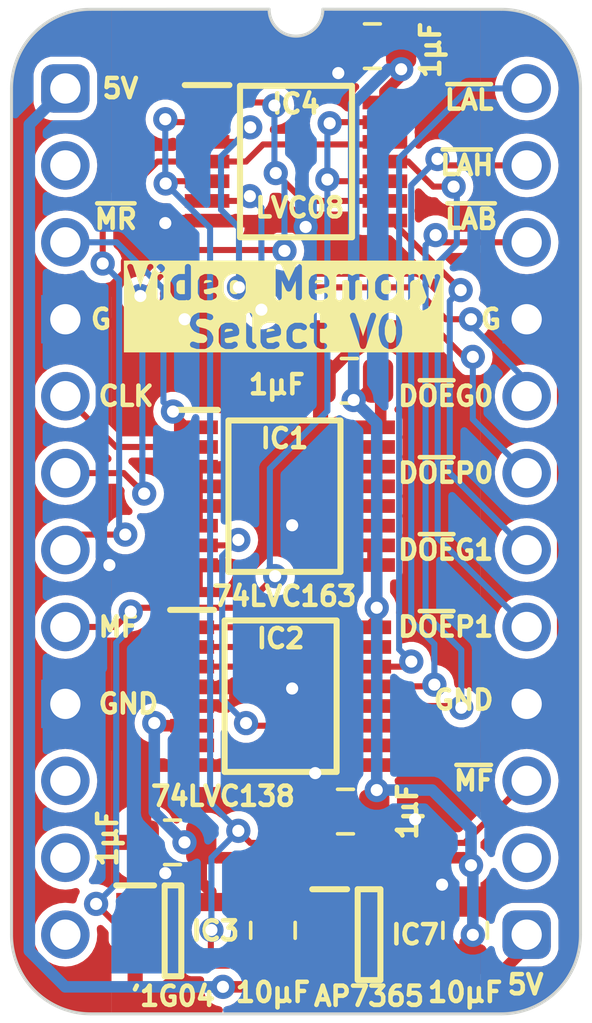
<source format=kicad_pcb>
(kicad_pcb (version 20221018) (generator pcbnew)
  (title_block (title "Video Main Memory Select") (date "2024-03-06") (rev "V0"))
  (layers (0 "F.Cu" signal) (31 "B.Cu" signal) (34 "B.Paste" user) (35 "F.Paste" user) (36 "B.SilkS" user "B.Silkscreen") (37 "F.SilkS" user "F.Silkscreen") (38 "B.Mask" user) (39 "F.Mask" user) (44 "Edge.Cuts" user))
  (net 0 "")
  (net 1 "/5V")
  (net 2 "/GND")
  (net 3 "/3.3V")
  (net 5 "/~{MR}")
  (net 6 "/CLK")
  (net 7 "/CEP")
  (net 9 "/LA2")
  (net 10 "/LA1")
  (net 11 "/LA0")
  (net 16 "/~{Load Address Bank}")
  (net 17 "/~{Load Address High}")
  (net 18 "/~{Load Address Low}")
  (net 21 "/Memory Frame")
  (net 22 "/~{Memory Frame}")
  (net 23 "/~{Memory A}")
  (net 24 "/D~{OE}G0")
  (net 25 "/~{Memory B}")
  (net 26 "/D~{OE}P0")
  (net 27 "/D~{OE}G1")
  (net 28 "/D~{OE}P1")
  (footprint "SamacSys_Parts:C_0805" (layer "F.Cu") (at 102.108 86.233)
    (fp_text reference "C9" hide)
    (fp_text value "10µF" (at 0 2.032) (layer "F.SilkS") (effects (font (size 0.635 0.635))))
    (fp_line (start -0.735 0.245252) (end -0.735 -0.277252) (stroke (width 0.12)) (layer "F.SilkS"))
    (fp_line (start 0.735 0.245252) (end 0.735 -0.277252) (stroke (width 0.12)) (layer "F.SilkS"))
    (pad "1" smd roundrect (at 0 0.934 90) (size 1 1.45) (layers "F.Cu" "F.Paste" "F.Mask") (net 3 "/3.3V"))
    (pad "2" smd roundrect (at 0 -0.966 90) (size 1 1.45) (layers "F.Cu" "F.Paste" "F.Mask") (net 2 "/GND"))
  )
  (footprint "SamacSys_Parts:DIP-24_Board_W15.24mm" (layer "F.Cu") (at 88.9 58.42)
    (fp_text reference "J1" hide)
    (fp_text value "Conn_02x16_Counter_Clockwise" hide)
    (fp_line (start -1.778 27.94) (end -1.778 0) (stroke (width 0.1)) (layer "Edge.Cuts"))
    (fp_line (start 6.731 -2.6162) (end 0.835732 -2.613732) (stroke (width 0.1)) (layer "Edge.Cuts"))
    (fp_line (start 14.404267 -2.613733) (end 8.509 -2.6162) (stroke (width 0.1)) (layer "Edge.Cuts"))
    (fp_line (start 14.404268 30.553732) (end 0.835733 30.553733) (stroke (width 0.1)) (layer "Edge.Cuts"))
    (fp_line (start 17.018 27.94) (end 17.017999 -0.000001) (stroke (width 0.1)) (layer "Edge.Cuts"))
    (fp_arc (start -1.778 0) (mid -1.012456 -1.848188) (end 0.835732 -2.613732) (stroke (width 0.1)) (layer "Edge.Cuts"))
    (fp_arc (start 0.835733 30.553733) (mid -1.012457 29.78819) (end -1.778 27.94) (stroke (width 0.1)) (layer "Edge.Cuts"))
    (fp_arc (start 8.509 -2.6162) (mid 7.62 -1.7272) (end 6.731 -2.6162) (stroke (width 0.1)) (layer "Edge.Cuts"))
    (fp_arc (start 14.404267 -2.613733) (mid 16.25245 -1.848186) (end 17.017999 -0.000001) (stroke (width 0.1)) (layer "Edge.Cuts"))
    (fp_arc (start 17.018 27.94) (mid 16.252456 29.788187) (end 14.404268 30.553732) (stroke (width 0.1)) (layer "Edge.Cuts"))
    (pad "1" thru_hole roundrect (at 0 0) (size 1.6 1.6) (drill 1) (layers "*.Cu" "*.Mask") (net 1 "/5V"))
    (pad "2" thru_hole oval (at 0 2.54) (size 1.6 1.6) (drill 1) (layers "*.Cu" "*.Mask"))
    (pad "3" thru_hole oval (at 0 5.08) (size 1.6 1.6) (drill 1) (layers "*.Cu" "*.Mask") (net 5 "/~{MR}"))
    (pad "4" thru_hole rect (at 0 7.62) (size 1.6 1.6) (drill 1) (layers "*.Cu" "*.Mask") (net 2 "/GND"))
    (pad "5" thru_hole oval (at 0 10.16) (size 1.6 1.6) (drill 1) (layers "*.Cu" "*.Mask") (net 6 "/CLK"))
    (pad "6" thru_hole oval (at 0 12.7) (size 1.6 1.6) (drill 1) (layers "*.Cu" "*.Mask") (net 23 "/~{Memory A}"))
    (pad "7" thru_hole oval (at 0 15.24) (size 1.6 1.6) (drill 1) (layers "*.Cu" "*.Mask") (net 25 "/~{Memory B}"))
    (pad "8" thru_hole oval (at 0 17.78) (size 1.6 1.6) (drill 1) (layers "*.Cu" "*.Mask") (net 21 "/Memory Frame"))
    (pad "9" thru_hole rect (at 0 20.32) (size 1.6 1.6) (drill 1) (layers "*.Cu" "*.Mask") (net 2 "/GND"))
    (pad "10" thru_hole oval (at 0 22.86) (size 1.6 1.6) (drill 1) (layers "*.Cu" "*.Mask"))
    (pad "11" thru_hole oval (at 0 25.4) (size 1.6 1.6) (drill 1) (layers "*.Cu" "*.Mask"))
    (pad "12" thru_hole oval (at 0 27.94) (size 1.6 1.6) (drill 1) (layers "*.Cu" "*.Mask"))
    (pad "13" thru_hole roundrect (at 15.24 27.94) (size 1.6 1.6) (drill 1) (layers "*.Cu" "*.Mask") (net 1 "/5V"))
    (pad "14" thru_hole oval (at 15.24 25.4) (size 1.6 1.6) (drill 1) (layers "*.Cu" "*.Mask"))
    (pad "15" thru_hole oval (at 15.24 22.86) (size 1.6 1.6) (drill 1) (layers "*.Cu" "*.Mask") (net 22 "/~{Memory Frame}"))
    (pad "16" thru_hole rect (at 15.24 20.32) (size 1.6 1.6) (drill 1) (layers "*.Cu" "*.Mask") (net 2 "/GND"))
    (pad "17" thru_hole oval (at 15.24 17.78 180) (size 1.6 1.6) (drill 1) (layers "*.Cu" "*.Mask") (net 28 "/D~{OE}P1"))
    (pad "18" thru_hole oval (at 15.24 15.24 180) (size 1.6 1.6) (drill 1) (layers "*.Cu" "*.Mask") (net 27 "/D~{OE}G1"))
    (pad "19" thru_hole oval (at 15.24 12.7 180) (size 1.6 1.6) (drill 1) (layers "*.Cu" "*.Mask") (net 26 "/D~{OE}P0"))
    (pad "20" thru_hole oval (at 15.24 10.16 180) (size 1.6 1.6) (drill 1) (layers "*.Cu" "*.Mask") (net 24 "/D~{OE}G0"))
    (pad "21" thru_hole rect (at 15.24 7.62) (size 1.6 1.6) (drill 1) (layers "*.Cu" "*.Mask") (net 2 "/GND"))
    (pad "22" thru_hole oval (at 15.24 5.08) (size 1.6 1.6) (drill 1) (layers "*.Cu" "*.Mask") (net 16 "/~{Load Address Bank}"))
    (pad "23" thru_hole oval (at 15.24 2.54) (size 1.6 1.6) (drill 1) (layers "*.Cu" "*.Mask") (net 17 "/~{Load Address High}"))
    (pad "24" thru_hole oval (at 15.24 0) (size 1.6 1.6) (drill 1) (layers "*.Cu" "*.Mask") (net 18 "/~{Load Address Low}"))
  )
  (footprint "SamacSys_Parts:C_0805" (layer "F.Cu") (at 99.06 57.023 90)
    (fp_text reference "C3" hide)
    (fp_text value "1μF" (at -0.127 1.905 90) (layer "F.SilkS") (effects (font (size 0.635 0.635))))
    (fp_line (start -0.735 0.245252) (end -0.735 -0.277252) (stroke (width 0.12)) (layer "F.SilkS"))
    (fp_line (start 0.735 0.245252) (end 0.735 -0.277252) (stroke (width 0.12)) (layer "F.SilkS"))
    (pad "1" smd roundrect (at 0 0.934 180) (size 1 1.45) (layers "F.Cu" "F.Paste" "F.Mask") (net 3 "/3.3V"))
    (pad "2" smd roundrect (at 0 -0.966 180) (size 1 1.45) (layers "F.Cu" "F.Paste" "F.Mask") (net 2 "/GND"))
  )
  (footprint "SamacSys_Parts:SOT95P275X110-5N" (layer "F.Cu") (at 92.456 86.233)
    (fp_text reference "IC3" (at 1.397 0) (layer "F.SilkS") (effects (font (size 0.635 0.635))))
    (fp_text value "74LVC1G04GV,125" hide)
    (fp_text user "${Silkscreen}" (at 0 2.159) (layer "F.SilkS") (effects (font (size 0.635 0.635))))
    (fp_line (start -1.875 -1.5) (end -0.625 -1.5) (stroke (width 0.2)) (layer "F.SilkS"))
    (fp_line (start -0.275 -1.5) (end 0.275 -1.5) (stroke (width 0.2)) (layer "F.SilkS"))
    (fp_line (start -0.275 1.5) (end -0.275 -1.5) (stroke (width 0.2)) (layer "F.SilkS"))
    (fp_line (start 0.275 -1.5) (end 0.275 1.5) (stroke (width 0.2)) (layer "F.SilkS"))
    (fp_line (start 0.275 1.5) (end -0.275 1.5) (stroke (width 0.2)) (layer "F.SilkS"))
    (pad "1" smd rect (at -1.25 -0.95 90) (size 0.6 1.25) (layers "F.Cu" "F.Paste" "F.Mask"))
    (pad "2" smd rect (at -1.25 0 90) (size 0.6 1.25) (layers "F.Cu" "F.Paste" "F.Mask") (net 21 "/Memory Frame"))
    (pad "3" smd rect (at -1.25 0.95 90) (size 0.6 1.25) (layers "F.Cu" "F.Paste" "F.Mask") (net 2 "/GND"))
    (pad "4" smd rect (at 1.25 0.95 90) (size 0.6 1.25) (layers "F.Cu" "F.Paste" "F.Mask") (net 22 "/~{Memory Frame}"))
    (pad "5" smd rect (at 1.25 -0.95 90) (size 0.6 1.25) (layers "F.Cu" "F.Paste" "F.Mask") (net 3 "/3.3V"))
  )
  (footprint "SamacSys_Parts:SOP65P640X110-16N" (layer "F.Cu") (at 96.139 71.882)
    (fp_text reference "IC1" (at 0 -1.905) (layer "F.SilkS") (effects (font (size 0.635 0.635))))
    (fp_text value "74LVC163PW,118" hide)
    (fp_text user "${Silkscreen}" (at 0 3.302) (layer "F.SilkS") (effects (font (size 0.635 0.635))))
    (fp_line (start -3.65 -2.85) (end -2.2 -2.85) (stroke (width 0.2)) (layer "F.SilkS"))
    (fp_line (start -1.85 -2.5) (end 1.85 -2.5) (stroke (width 0.2)) (layer "F.SilkS"))
    (fp_line (start -1.85 2.5) (end -1.85 -2.5) (stroke (width 0.2)) (layer "F.SilkS"))
    (fp_line (start 1.85 -2.5) (end 1.85 2.5) (stroke (width 0.2)) (layer "F.SilkS"))
    (fp_line (start 1.85 2.5) (end -1.85 2.5) (stroke (width 0.2)) (layer "F.SilkS"))
    (pad "1" smd rect (at -2.925 -2.275 90) (size 0.45 1.45) (layers "F.Cu" "F.Paste" "F.Mask") (net 5 "/~{MR}"))
    (pad "2" smd rect (at -2.925 -1.625 90) (size 0.45 1.45) (layers "F.Cu" "F.Paste" "F.Mask") (net 6 "/CLK"))
    (pad "3" smd rect (at -2.925 -0.975 90) (size 0.45 1.45) (layers "F.Cu" "F.Paste" "F.Mask") (net 2 "/GND"))
    (pad "4" smd rect (at -2.925 -0.325 90) (size 0.45 1.45) (layers "F.Cu" "F.Paste" "F.Mask") (net 2 "/GND"))
    (pad "5" smd rect (at -2.925 0.325 90) (size 0.45 1.45) (layers "F.Cu" "F.Paste" "F.Mask") (net 2 "/GND"))
    (pad "6" smd rect (at -2.925 0.975 90) (size 0.45 1.45) (layers "F.Cu" "F.Paste" "F.Mask") (net 2 "/GND"))
    (pad "7" smd rect (at -2.925 1.625 90) (size 0.45 1.45) (layers "F.Cu" "F.Paste" "F.Mask") (net 7 "/CEP"))
    (pad "8" smd rect (at -2.925 2.275 90) (size 0.45 1.45) (layers "F.Cu" "F.Paste" "F.Mask") (net 2 "/GND"))
    (pad "9" smd rect (at 2.925 2.275 90) (size 0.45 1.45) (layers "F.Cu" "F.Paste" "F.Mask") (net 3 "/3.3V"))
    (pad "10" smd rect (at 2.925 1.625 90) (size 0.45 1.45) (layers "F.Cu" "F.Paste" "F.Mask") (net 3 "/3.3V"))
    (pad "11" smd rect (at 2.925 0.975 90) (size 0.45 1.45) (layers "F.Cu" "F.Paste" "F.Mask"))
    (pad "12" smd rect (at 2.925 0.325 90) (size 0.45 1.45) (layers "F.Cu" "F.Paste" "F.Mask") (net 9 "/LA2"))
    (pad "13" smd rect (at 2.925 -0.325 90) (size 0.45 1.45) (layers "F.Cu" "F.Paste" "F.Mask") (net 10 "/LA1"))
    (pad "14" smd rect (at 2.925 -0.975 90) (size 0.45 1.45) (layers "F.Cu" "F.Paste" "F.Mask") (net 11 "/LA0"))
    (pad "15" smd rect (at 2.925 -1.625 90) (size 0.45 1.45) (layers "F.Cu" "F.Paste" "F.Mask"))
    (pad "16" smd rect (at 2.925 -2.275 90) (size 0.45 1.45) (layers "F.Cu" "F.Paste" "F.Mask") (net 3 "/3.3V"))
  )
  (footprint "SamacSys_Parts:C_0805" (layer "F.Cu") (at 98.171 82.296 90)
    (fp_text reference "C1" hide)
    (fp_text value "1μF" (at 0 2.032 90) (layer "F.SilkS") (effects (font (size 0.635 0.635))))
    (fp_line (start -0.735 0.245252) (end -0.735 -0.277252) (stroke (width 0.12)) (layer "F.SilkS"))
    (fp_line (start 0.735 0.245252) (end 0.735 -0.277252) (stroke (width 0.12)) (layer "F.SilkS"))
    (pad "1" smd roundrect (at 0 0.934 180) (size 1 1.45) (layers "F.Cu" "F.Paste" "F.Mask") (net 3 "/3.3V"))
    (pad "2" smd roundrect (at 0 -0.966 180) (size 1 1.45) (layers "F.Cu" "F.Paste" "F.Mask") (net 2 "/GND"))
  )
  (footprint "SamacSys_Parts:C_0805" (layer "F.Cu") (at 95.758 86.233)
    (fp_text reference "C8" hide)
    (fp_text value "10µF" (at 0 2.032) (layer "F.SilkS") (effects (font (size 0.635 0.635))))
    (fp_line (start -0.735 0.245252) (end -0.735 -0.277252) (stroke (width 0.12)) (layer "F.SilkS"))
    (fp_line (start 0.735 0.245252) (end 0.735 -0.277252) (stroke (width 0.12)) (layer "F.SilkS"))
    (pad "1" smd roundrect (at 0 0.934 90) (size 1 1.45) (layers "F.Cu" "F.Paste" "F.Mask") (net 1 "/5V"))
    (pad "2" smd roundrect (at 0 -0.966 90) (size 1 1.45) (layers "F.Cu" "F.Paste" "F.Mask") (net 2 "/GND"))
  )
  (footprint "SamacSys_Parts:C_0805" (layer "F.Cu") (at 92.456 83.312 90)
    (fp_text reference "C5" hide)
    (fp_text value "1μF" (at 0.127 -2.159 90) (layer "F.SilkS") (effects (font (size 0.635 0.635))))
    (fp_line (start -0.735 0.245252) (end -0.735 -0.277252) (stroke (width 0.12)) (layer "F.SilkS"))
    (fp_line (start 0.735 0.245252) (end 0.735 -0.277252) (stroke (width 0.12)) (layer "F.SilkS"))
    (pad "1" smd roundrect (at 0 0.934 180) (size 1 1.45) (layers "F.Cu" "F.Paste" "F.Mask") (net 3 "/3.3V"))
    (pad "2" smd roundrect (at 0 -0.966 180) (size 1 1.45) (layers "F.Cu" "F.Paste" "F.Mask") (net 2 "/GND"))
  )
  (footprint "SamacSys_Parts:SOT95P285X130-5N" (layer "F.Cu") (at 98.933 86.36)
    (fp_text reference "IC7" (at 1.524 0) (layer "F.SilkS") (effects (font (size 0.635 0.635))))
    (fp_text value "AP7365-33WG-7" hide)
    (fp_text user "${Silkscreen}" (at 0 2.032) (layer "F.SilkS") (effects (font (size 0.635 0.635))))
    (fp_line (start -1.875 -1.5) (end -0.725 -1.5) (stroke (width 0.2)) (layer "F.SilkS"))
    (fp_line (start -0.375 -1.5) (end 0.375 -1.5) (stroke (width 0.2)) (layer "F.SilkS"))
    (fp_line (start -0.375 1.5) (end -0.375 -1.5) (stroke (width 0.2)) (layer "F.SilkS"))
    (fp_line (start 0.375 -1.5) (end 0.375 1.5) (stroke (width 0.2)) (layer "F.SilkS"))
    (fp_line (start 0.375 1.5) (end -0.375 1.5) (stroke (width 0.2)) (layer "F.SilkS"))
    (pad "1" smd rect (at -1.3 -0.95 90) (size 0.6 1.15) (layers "F.Cu" "F.Paste" "F.Mask") (net 1 "/5V"))
    (pad "2" smd rect (at -1.3 0 90) (size 0.6 1.15) (layers "F.Cu" "F.Paste" "F.Mask") (net 2 "/GND"))
    (pad "3" smd rect (at -1.3 0.95 90) (size 0.6 1.15) (layers "F.Cu" "F.Paste" "F.Mask") (net 1 "/5V"))
    (pad "4" smd rect (at 1.3 0.95 90) (size 0.6 1.15) (layers "F.Cu" "F.Paste" "F.Mask"))
    (pad "5" smd rect (at 1.3 -0.95 90) (size 0.6 1.15) (layers "F.Cu" "F.Paste" "F.Mask") (net 3 "/3.3V"))
  )
  (footprint "SamacSys_Parts:C_0805" (layer "F.Cu") (at 98.298 68.072 90)
    (fp_text reference "C2" hide)
    (fp_text value "1μF" (at -0.127 -2.413 180) (layer "F.SilkS") (effects (font (size 0.635 0.635))))
    (fp_line (start -0.735 0.245252) (end -0.735 -0.277252) (stroke (width 0.12)) (layer "F.SilkS"))
    (fp_line (start 0.735 0.245252) (end 0.735 -0.277252) (stroke (width 0.12)) (layer "F.SilkS"))
    (pad "1" smd roundrect (at 0 0.934 180) (size 1 1.45) (layers "F.Cu" "F.Paste" "F.Mask") (net 3 "/3.3V"))
    (pad "2" smd roundrect (at 0 -0.966 180) (size 1 1.45) (layers "F.Cu" "F.Paste" "F.Mask") (net 2 "/GND"))
  )
  (footprint "SamacSys_Parts:SOP65P640X110-16N" (layer "F.Cu") (at 96.012 78.486)
    (fp_text reference "IC2" (at 0 -1.905) (layer "F.SilkS") (effects (font (size 0.635 0.635))))
    (fp_text value "74LVC138APW-Q100J" hide)
    (fp_text user "${Silkscreen}" (at -1.905 3.302) (layer "F.SilkS") (effects (font (size 0.635 0.635))))
    (fp_line (start -3.65 -2.85) (end -2.2 -2.85) (stroke (width 0.2)) (layer "F.SilkS"))
    (fp_line (start -1.85 -2.5) (end 1.85 -2.5) (stroke (width 0.2)) (layer "F.SilkS"))
    (fp_line (start -1.85 2.5) (end -1.85 -2.5) (stroke (width 0.2)) (layer "F.SilkS"))
    (fp_line (start 1.85 -2.5) (end 1.85 2.5) (stroke (width 0.2)) (layer "F.SilkS"))
    (fp_line (start 1.85 2.5) (end -1.85 2.5) (stroke (width 0.2)) (layer "F.SilkS"))
    (pad "1" smd rect (at -2.925 -2.275 90) (size 0.45 1.45) (layers "F.Cu" "F.Paste" "F.Mask") (net 11 "/LA0"))
    (pad "2" smd rect (at -2.925 -1.625 90) (size 0.45 1.45) (layers "F.Cu" "F.Paste" "F.Mask") (net 10 "/LA1"))
    (pad "3" smd rect (at -2.925 -0.975 90) (size 0.45 1.45) (layers "F.Cu" "F.Paste" "F.Mask") (net 9 "/LA2"))
    (pad "4" smd rect (at -2.925 -0.325 90) (size 0.45 1.45) (layers "F.Cu" "F.Paste" "F.Mask") (net 2 "/GND"))
    (pad "5" smd rect (at -2.925 0.325 90) (size 0.45 1.45) (layers "F.Cu" "F.Paste" "F.Mask") (net 2 "/GND"))
    (pad "6" smd rect (at -2.925 0.975 90) (size 0.45 1.45) (layers "F.Cu" "F.Paste" "F.Mask") (net 3 "/3.3V"))
    (pad "7" smd rect (at -2.925 1.625 90) (size 0.45 1.45) (layers "F.Cu" "F.Paste" "F.Mask"))
    (pad "8" smd rect (at -2.925 2.275 90) (size 0.45 1.45) (layers "F.Cu" "F.Paste" "F.Mask") (net 2 "/GND"))
    (pad "9" smd rect (at 2.925 2.275 90) (size 0.45 1.45) (layers "F.Cu" "F.Paste" "F.Mask"))
    (pad "10" smd rect (at 2.925 1.625 90) (size 0.45 1.45) (layers "F.Cu" "F.Paste" "F.Mask"))
    (pad "11" smd rect (at 2.925 0.975 90) (size 0.45 1.45) (layers "F.Cu" "F.Paste" "F.Mask") (net 7 "/CEP"))
    (pad "12" smd rect (at 2.925 0.325 90) (size 0.45 1.45) (layers "F.Cu" "F.Paste" "F.Mask") (net 16 "/~{Load Address Bank}"))
    (pad "13" smd rect (at 2.925 -0.325 90) (size 0.45 1.45) (layers "F.Cu" "F.Paste" "F.Mask") (net 17 "/~{Load Address High}"))
    (pad "14" smd rect (at 2.925 -0.975 90) (size 0.45 1.45) (layers "F.Cu" "F.Paste" "F.Mask") (net 18 "/~{Load Address Low}"))
    (pad "15" smd rect (at 2.925 -1.625 90) (size 0.45 1.45) (layers "F.Cu" "F.Paste" "F.Mask"))
    (pad "16" smd rect (at 2.925 -2.275 90) (size 0.45 1.45) (layers "F.Cu" "F.Paste" "F.Mask") (net 3 "/3.3V"))
  )
  (footprint "SamacSys_Parts:SOP65P640X110-14N" (layer "F.Cu") (at 96.52 60.833)
    (fp_text reference "IC4" (at 0 -1.905) (layer "F.SilkS") (effects (font (size 0.635 0.635))))
    (fp_text value "74LVC08APW,112" hide)
    (fp_text user "LVC08" (at 0.127 1.524) (layer "F.SilkS") (effects (font (size 0.635 0.635))))
    (fp_line (start -3.675 -2.525) (end -2.2 -2.525) (stroke (width 0.2)) (layer "F.SilkS"))
    (fp_line (start -1.85 -2.5) (end 1.85 -2.5) (stroke (width 0.2)) (layer "F.SilkS"))
    (fp_line (start -1.85 2.5) (end -1.85 -2.5) (stroke (width 0.2)) (layer "F.SilkS"))
    (fp_line (start 1.85 -2.5) (end 1.85 2.5) (stroke (width 0.2)) (layer "F.SilkS"))
    (fp_line (start 1.85 2.5) (end -1.85 2.5) (stroke (width 0.2)) (layer "F.SilkS"))
    (pad "1" smd rect (at -2.938 -1.95 90) (size 0.45 1.475) (layers "F.Cu" "F.Paste" "F.Mask") (net 23 "/~{Memory A}"))
    (pad "2" smd rect (at -2.938 -1.3 90) (size 0.45 1.475) (layers "F.Cu" "F.Paste" "F.Mask") (net 22 "/~{Memory Frame}"))
    (pad "3" smd rect (at -2.938 -0.65 90) (size 0.45 1.475) (layers "F.Cu" "F.Paste" "F.Mask") (net 24 "/D~{OE}G0"))
    (pad "4" smd rect (at -2.938 0 90) (size 0.45 1.475) (layers "F.Cu" "F.Paste" "F.Mask") (net 25 "/~{Memory B}"))
    (pad "5" smd rect (at -2.938 0.65 90) (size 0.45 1.475) (layers "F.Cu" "F.Paste" "F.Mask") (net 22 "/~{Memory Frame}"))
    (pad "6" smd rect (at -2.938 1.3 90) (size 0.45 1.475) (layers "F.Cu" "F.Paste" "F.Mask") (net 26 "/D~{OE}P0"))
    (pad "7" smd rect (at -2.938 1.95 90) (size 0.45 1.475) (layers "F.Cu" "F.Paste" "F.Mask") (net 2 "/GND"))
    (pad "8" smd rect (at 2.938 1.95 90) (size 0.45 1.475) (layers "F.Cu" "F.Paste" "F.Mask") (net 27 "/D~{OE}G1"))
    (pad "9" smd rect (at 2.938 1.3 90) (size 0.45 1.475) (layers "F.Cu" "F.Paste" "F.Mask") (net 23 "/~{Memory A}"))
    (pad "10" smd rect (at 2.938 0.65 90) (size 0.45 1.475) (layers "F.Cu" "F.Paste" "F.Mask") (net 21 "/Memory Frame"))
    (pad "11" smd rect (at 2.938 0 90) (size 0.45 1.475) (layers "F.Cu" "F.Paste" "F.Mask") (net 28 "/D~{OE}P1"))
    (pad "12" smd rect (at 2.938 -0.65 90) (size 0.45 1.475) (layers "F.Cu" "F.Paste" "F.Mask") (net 25 "/~{Memory B}"))
    (pad "13" smd rect (at 2.938 -1.3 90) (size 0.45 1.475) (layers "F.Cu" "F.Paste" "F.Mask") (net 21 "/Memory Frame"))
    (pad "14" smd rect (at 2.938 -1.95 90) (size 0.45 1.475) (layers "F.Cu" "F.Paste" "F.Mask") (net 3 "/3.3V"))
  )
  (gr_text "5V" (at 90.043 58.42) (layer "F.SilkS") (effects (font (size 0.635 0.635)) (justify left)))
  (gr_text "5V" (at 104.775 88.011) (layer "F.SilkS") (effects (font (size 0.635 0.635)) (justify right)))
  (gr_text "~{MR}" (at 89.789 62.738) (layer "F.SilkS") (effects (font (size 0.635 0.635)) (justify left)))
  (gr_text "G" (at 103.378 66.04) (layer "F.SilkS") (effects (font (size 0.635 0.635)) (justify right)))
  (gr_text "MF" (at 89.916 76.2) (layer "F.SilkS") (effects (font (size 0.635 0.635)) (justify left)))
  (gr_text "GND" (at 103.124 78.613) (layer "F.SilkS") (effects (font (size 0.635 0.635)) (justify right)))
  (gr_text "~{LAL}" (at 103.124 58.801) (layer "F.SilkS") (effects (font (size 0.635 0.635)) (justify right)))
  (gr_text "~{MF}" (at 103.124 81.28) (layer "F.SilkS") (effects (font (size 0.635 0.635)) (justify right)))
  (gr_text "~{LAB}" (at 103.251 62.738) (layer "F.SilkS") (effects (font (size 0.635 0.635)) (justify right)))
  (gr_text "G" (at 89.662 66.04) (layer "F.SilkS") (effects (font (size 0.635 0.635)) (justify left)))
  (gr_text "D~{OE}P0" (at 103.124 71.12) (layer "F.SilkS") (effects (font (size 0.635 0.635)) (justify right)))
  (gr_text "D~{OE}G0" (at 103.124 68.58) (layer "F.SilkS") (effects (font (size 0.635 0.635)) (justify right)))
  (gr_text "Video Memory \nSelect V0" (at 96.52 67.056) (layer "F.SilkS" knockout) (effects (font (size 1 1) (thickness 0.2) bold) (justify bottom)))
  (gr_text "~{LAH}" (at 103.124 60.96) (layer "F.SilkS") (effects (font (size 0.635 0.635)) (justify right)))
  (gr_text "D~{OE}G1" (at 103.124 73.66) (layer "F.SilkS") (effects (font (size 0.635 0.635)) (justify right)))
  (gr_text "GND" (at 89.916 78.74) (layer "F.SilkS") (effects (font (size 0.635 0.635)) (justify left)))
  (gr_text "D~{OE}P1" (at 103.124 76.2) (layer "F.SilkS") (effects (font (size 0.635 0.635)) (justify right)))
  (gr_text "CLK" (at 89.916 68.58) (layer "F.SilkS") (effects (font (size 0.635 0.635)) (justify left)))
  (segment (start 97.633 85.41) (end 98.588 85.41) (width 0.38) (layer "F.Cu") (net 1))
  (segment (start 98.598 87.3) (end 98.588 87.31) (width 0.38) (layer "F.Cu") (net 1))
  (segment (start 95.758 87.167) (end 94.842498 88.082502) (width 0.38) (layer "F.Cu") (net 1))
  (segment (start 102.848097 88.057) (end 98.38 88.057) (width 0.38) (layer "F.Cu") (net 1))
  (segment (start 94.842498 88.082502) (end 94.107 88.082502) (width 0.38) (layer "F.Cu") (net 1))
  (segment (start 104.14 86.765097) (end 102.848097 88.057) (width 0.38) (layer "F.Cu") (net 1))
  (segment (start 98.598 85.42) (end 98.598 87.3) (width 0.38) (layer "F.Cu") (net 1))
  (segment (start 97.633 87.31) (end 95.901 87.31) (width 0.38) (layer "F.Cu") (net 1))
  (segment (start 98.588 85.41) (end 98.598 85.42) (width 0.38) (layer "F.Cu") (net 1))
  (segment (start 98.588 87.31) (end 97.633 87.31) (width 0.38) (layer "F.Cu") (net 1))
  (segment (start 98.38 88.057) (end 97.633 87.31) (width 0.38) (layer "F.Cu") (net 1))
  (via (at 94.107 88.082502) (size 0.8) (drill 0.4) (layers "F.Cu" "B.Cu") (net 1))
  (segment (start 94.107 88.082502) (end 88.896808 88.082502) (width 0.38) (layer "B.Cu") (net 1))
  (segment (start 87.71 59.61) (end 88.9 58.42) (width 0.38) (layer "B.Cu") (net 1))
  (segment (start 88.896808 88.082502) (end 87.71 86.895694) (width 0.38) (layer "B.Cu") (net 1))
  (segment (start 87.71 86.895694) (end 87.71 59.61) (width 0.38) (layer "B.Cu") (net 1))
  (segment (start 89.410814 66.04) (end 90.923585 64.527229) (width 0.38) (layer "F.Cu") (net 2))
  (segment (start 97.917 57.2) (end 97.917 57.912) (width 0.38) (layer "F.Cu") (net 2))
  (segment (start 101.981 68.072) (end 102.965085 68.072) (width 0.38) (layer "F.Cu") (net 2))
  (segment (start 104.14 66.04) (end 105.33 67.23) (width 0.38) (layer "F.Cu") (net 2))
  (segment (start 93.087 78.811) (end 93.087 78.161) (width 0.38) (layer "F.Cu") (net 2))
  (segment (start 105.33 77.55) (end 104.14 78.74) (width 0.38) (layer "F.Cu") (net 2))
  (segment (start 91.206 87.183) (end 92.211 87.183) (width 0.38) (layer "F.Cu") (net 2))
  (segment (start 102.965085 68.072) (end 104.14 66.897085) (width 0.38) (layer "F.Cu") (net 2))
  (segment (start 92.221 84.347) (end 92.202 84.328) (width 0.38) (layer "F.Cu") (net 2))
  (segment (start 101.423 84.582) (end 102.108 85.267) (width 0.38) (layer "F.Cu") (net 2))
  (segment (start 93.582 62.783) (end 92.284 62.783) (width 0.38) (layer "F.Cu") (net 2))
  (segment (start 92.284 62.783) (end 92.202 62.865) (width 0.38) (layer "F.Cu") (net 2))
  (segment (start 92.211 87.183) (end 92.221 87.173) (width 0.38) (layer "F.Cu") (net 2))
  (segment (start 93.214 74.157) (end 90.355 74.157) (width 0.38) (layer "F.Cu") (net 2))
  (segment (start 105.33 67.23) (end 105.33 77.55) (width 0.38) (layer "F.Cu") (net 2))
  (segment (start 96.393 70.739) (end 95.575 71.557) (width 0.38) (layer "F.Cu") (net 2))
  (segment (start 100.457 82.423) (end 100.457 82.55) (width 0.38) (layer "F.Cu") (net 2))
  (segment (start 91.313 83.135) (end 91.313 80.899) (width 0.38) (layer "F.Cu") (net 2))
  (segment (start 87.71 77.55) (end 88.9 78.74) (width 0.38) (layer "F.Cu") (net 2))
  (segment (start 96.393 70.739) (end 96.393 72.842307) (width 0.38) (layer "F.Cu") (net 2))
  (segment (start 97.205 81.076) (end 97.155 81.026) (width 0.38) (layer "F.Cu") (net 2))
  (segment (start 93.582 62.783) (end 95.168 62.783) (width 0.38) (layer "F.Cu") (net 2))
  (segment (start 97.332 68.072) (end 98.475 66.929) (width 0.38) (layer "F.Cu") (net 2))
  (segment (start 96.851 86.36) (end 95.758 85.267) (width 0.38) (layer "F.Cu") (net 2))
  (segment (start 96.697 68.072) (end 97.332 68.072) (width 0.38) (layer "F.Cu") (net 2))
  (segment (start 96.393 78.232) (end 93.158 78.232) (width 0.38) (layer "F.Cu") (net 2))
  (segment (start 90.297 79.883) (end 91.313 80.899) (width 0.38) (layer "F.Cu") (net 2))
  (segment (start 95.575 71.557) (end 93.214 71.557) (width 0.38) (layer "F.Cu") (net 2))
  (segment (start 93.087 78.161) (end 90.876 78.161) (width 0.38) (layer "F.Cu") (net 2))
  (segment (start 97.205 82.296) (end 97.205 81.076) (width 0.38) (layer "F.Cu") (net 2))
  (segment (start 96.393 68.376) (end 96.697 68.072) (width 0.38) (layer "F.Cu") (net 2))
  (segment (start 96.89 80.761) (end 97.155 81.026) (width 0.38) (layer "F.Cu") (net 2))
  (segment (start 89.04748 66.18748) (end 92.692514 66.18748) (width 0.38) (layer "F.Cu") (net 2))
  (segment (start 90.923585 64.143415) (end 92.202 62.865) (width 0.38) (layer "F.Cu") (net 2))
  (segment (start 104.14 78.74) (end 100.457 82.423) (width 0.38) (layer "F.Cu") (net 2))
  (segment (start 91.313 80.899) (end 91.451 80.761) (width 0.38) (layer "F.Cu") (net 2))
  (segment (start 90.923585 64.527229) (end 90.923585 64.143415) (width 0.38) (layer "F.Cu") (net 2))
  (segment (start 94.056997 66.039997) (end 92.839997 66.039997) (width 0.38) (layer "F.Cu") (net 2))
  (segment (start 96.443 84.582) (end 101.346 84.709) (width 0.38) (layer "F.Cu") (net 2))
  (segment (start 90.355 74.157) (end 90.354997 74.157003) (width 0.38) (layer "F.Cu") (net 2))
  (segment (start 93.214 71.557) (end 93.214 72.207) (width 0.38) (layer "F.Cu") (net 2))
  (segment (start 101.346 84.709) (end 101.423 84.582) (width 0.38) (layer "F.Cu") (net 2))
  (segment (start 92.221 87.173) (end 92.221 84.347) (width 0.38) (layer "F.Cu") (net 2))
  (segment (start 90.876 78.161) (end 90.297 78.74) (width 0.38) (layer "F.Cu") (net 2))
  (segment (start 93.214 74.157) (end 93.261921 74.204921) (width 0.38) (layer "F.Cu") (net 2))
  (segment (start 88.9 66.04) (end 87.71 67.23) (width 0.38) (layer "F.Cu") (net 2))
  (segment (start 93.087 80.761) (end 96.89 80.761) (width 0.38) (layer "F.Cu") (net 2))
  (segment (start 93.261921 74.204921) (end 95.030386 74.204921) (width 0.38) (layer "F.Cu") (net 2))
  (segment (start 98.475 66.929) (end 100.838 66.929) (width 0.38) (layer "F.Cu") (net 2))
  (segment (start 95.030386 74.204921) (end 96.393 72.842307) (width 0.38) (layer "F.Cu") (net 2))
  (segment (start 95.168 62.783) (end 95.377 62.992) (width 0.38) (layer "F.Cu") (net 2))
  (segment (start 97.633 86.36) (end 96.851 86.36) (width 0.38) (layer "F.Cu") (net 2))
  (segment (start 92.202 84.328) (end 92.221 84.309) (width 0.38) (layer "F.Cu") (net 2))
  (segment (start 92.221 84.309) (end 92.221 84.043) (width 0.38) (layer "F.Cu") (net 2))
  (segment (start 93.158 78.232) (end 93.087 78.161) (width 0.38) (layer "F.Cu") (net 2))
  (segment (start 92.221 84.043) (end 91.49 83.312) (width 0.38) (layer "F.Cu") (net 2))
  (segment (start 87.71 67.23) (end 87.71 77.55) (width 0.38) (layer "F.Cu") (net 2))
  (segment (start 92.692514 66.18748) (end 92.839997 66.039997) (width 0.38) (layer "F.Cu") (net 2))
  (segment (start 90.297 78.74) (end 90.297 79.883) (width 0.38) (layer "F.Cu") (net 2))
  (segment (start 95.758 85.267) (end 96.443 84.582) (width 0.38) (layer "F.Cu") (net 2))
  (segment (start 91.451 80.761) (end 93.087 80.761) (width 0.38) (layer "F.Cu") (net 2))
  (segment (start 104.14 66.897085) (end 104.14 66.04) (width 0.38) (layer "F.Cu") (net 2))
  (segment (start 95.377 62.992) (end 96.839 62.992) (width 0.38) (layer "F.Cu") (net 2))
  (segment (start 100.838 66.929) (end 101.981 68.072) (width 0.38) (layer "F.Cu") (net 2))
  (segment (start 93.214 72.207) (end 93.214 72.857) (width 0.38) (layer "F.Cu") (net 2))
  (segment (start 96.393 70.739) (end 96.393 68.376) (width 0.38) (layer "F.Cu") (net 2))
  (segment (start 90.297 78.74) (end 88.9 78.74) (width 0.38) (layer "F.Cu") (net 2))
  (segment (start 93.214 70.907) (end 93.214 71.557) (width 0.38) (layer "F.Cu") (net 2))
  (segment (start 96.393 68.376) (end 94.056997 66.039997) (width 0.38) (layer "F.Cu") (net 2))
  (via (at 90.354997 74.157003) (size 0.8) (drill 0.4) (layers "F.Cu" "B.Cu") (net 2))
  (via (at 97.917 57.912) (size 0.8) (drill 0.4) (layers "F.Cu" "B.Cu") (net 2))
  (via (at 92.202 84.328) (size 0.8) (drill 0.4) (layers "F.Cu" "B.Cu") (net 2))
  (via (at 96.839 62.992) (size 0.8) (drill 0.4) (layers "F.Cu" "B.Cu") (net 2))
  (via (at 96.393 72.842307) (size 0.8) (drill 0.4) (layers "F.Cu" "B.Cu") (net 2))
  (via (at 101.346 84.709) (size 0.8) (drill 0.4) (layers "F.Cu" "B.Cu") (net 2))
  (via (at 96.393 78.232) (size 0.8) (drill 0.4) (layers "F.Cu" "B.Cu") (net 2))
  (via (at 92.839997 66.039997) (size 0.8) (drill 0.4) (layers "F.Cu" "B.Cu") (net 2))
  (via (at 92.202 62.865) (size 0.8) (drill 0.4) (layers "F.Cu" "B.Cu") (net 2))
  (via (at 100.457 82.55) (size 0.8) (drill 0.4) (layers "F.Cu" "B.Cu") (net 2))
  (via (at 97.155 81.026) (size 0.8) (drill 0.4) (layers "F.Cu" "B.Cu") (net 2))
  (segment (start 92.202 86.106) (end 93.091 86.995) (width 0.38) (layer "B.Cu") (net 2))
  (segment (start 97.917 57.912) (end 96.752453 59.076547) (width 0.38) (layer "B.Cu") (net 2))
  (segment (start 97.155 81.026) (end 97.155 81.661) (width 0.38) (layer "B.Cu") (net 2))
  (segment (start 92.202 62.865) (end 92.839997 63.502997) (width 0.38) (layer "B.Cu") (net 2))
  (segment (start 98.044 82.55) (end 100.457 82.55) (width 0.38) (layer "B.Cu") (net 2))
  (segment (start 90.09 77.55) (end 90.09 74.422) (width 0.38) (layer "B.Cu") (net 2))
  (segment (start 96.393 78.232) (end 96.675 77.95) (width 0.38) (layer "B.Cu") (net 2))
  (segment (start 94.996 86.995) (end 98.044 83.947) (width 0.38) (layer "B.Cu") (net 2))
  (segment (start 88.9 78.74) (end 90.09 77.55) (width 0.38) (layer "B.Cu") (net 2))
  (segment (start 96.675 77.95) (end 96.675 73.124307) (width 0.38) (layer "B.Cu") (net 2))
  (segment (start 90.09 67.23) (end 90.09 73.892006) (width 0.38) (layer "B.Cu") (net 2))
  (segment (start 90.09 74.422) (end 90.354997 74.157003) (width 0.38) (layer "B.Cu") (net 2))
  (segment (start 92.839997 63.502997) (end 92.839997 66.039997) (width 0.38) (layer "B.Cu") (net 2))
  (segment (start 90.09 73.892006) (end 90.354997 74.157003) (width 0.38) (layer "B.Cu") (net 2))
  (segment (start 96.752453 62.905453) (end 96.839 62.992) (width 0.38) (layer "B.Cu") (net 2))
  (segment (start 100.457 83.82) (end 100.457 82.55) (width 0.38) (layer "B.Cu") (net 2))
  (segment (start 97.155 81.026) (end 97.155 78.994) (width 0.38) (layer "B.Cu") (net 2))
  (segment (start 97.155 78.994) (end 96.393 78.232) (width 0.38) (layer "B.Cu") (net 2))
  (segment (start 92.202 84.328) (end 92.202 86.106) (width 0.38) (layer "B.Cu") (net 2))
  (segment (start 101.346 84.709) (end 100.457 83.82) (width 0.38) (layer "B.Cu") (net 2))
  (segment (start 88.9 66.04) (end 90.09 67.23) (width 0.38) (layer "B.Cu") (net 2))
  (segment (start 96.752453 59.076547) (end 96.752453 62.905453) (width 0.38) (layer "B.Cu") (net 2))
  (segment (start 93.091 86.995) (end 94.996 86.995) (width 0.38) (layer "B.Cu") (net 2))
  (segment (start 97.155 81.661) (end 98.044 82.55) (width 0.38) (layer "B.Cu") (net 2))
  (segment (start 96.675 73.124307) (end 96.393 72.842307) (width 0.38) (layer "B.Cu") (net 2))
  (segment (start 98.044 83.947) (end 98.044 82.55) (width 0.38) (layer "B.Cu") (net 2))
  (segment (start 93.39 84.627) (end 93.39 83.312) (width 0.38) (layer "F.Cu") (net 3))
  (segment (start 93.39 83.312) (end 92.837 83.312) (width 0.38) (layer "F.Cu") (net 3))
  (segment (start 99.318 68.158) (end 99.318 69.353) (width 0.38) (layer "F.Cu") (net 3))
  (segment (start 102.053709 83.82) (end 102.302738 84.069029) (width 0.38) (layer "F.Cu") (net 3))
  (segment (start 99.105 82.296) (end 99.105 81.667502) (width 0.38) (layer "F.Cu") (net 3))
  (segment (start 99.994 57.784992) (end 99.994 57.994) (width 0.38) (layer "F.Cu") (net 3))
  (segment (start 99.232 68.072) (end 98.597016 68.706984) (width 0.38) (layer "F.Cu") (net 3))
  (segment (start 99.187 75.961) (end 98.937 76.211) (width 0.38) (layer "F.Cu") (net 3))
  (segment (start 93.898 83.82) (end 102.053709 83.82) (width 0.38) (layer "F.Cu") (net 3))
  (segment (start 93.706 85.283) (end 93.706 84.943) (width 0.38) (layer "F.Cu") (net 3))
  (segment (start 91.927127 79.461) (end 91.838252 79.372125) (width 0.38) (layer "F.Cu") (net 3))
  (segment (start 99.187 74.28) (end 99.064 74.157) (width 0.38) (layer "F.Cu") (net 3))
  (segment (start 99.187 75.565) (end 99.187 75.961) (width 0.38) (layer "F.Cu") (net 3))
  (segment (start 93.087 79.461) (end 91.927127 79.461) (width 0.38) (layer "F.Cu") (net 3))
  (segment (start 99.105 81.667502) (end 99.187 81.585502) (width 0.38) (layer "F.Cu") (net 3))
  (segment (start 99.994 57.023) (end 99.994 57.784992) (width 0.38) (layer "F.Cu") (net 3))
  (segment (start 100.351 85.41) (end 102.108 87.167) (width 0.38) (layer "F.Cu") (net 3))
  (segment (start 102.108 86.6205) (end 102.362 86.3665) (width 0.38) (layer "F.Cu") (net 3))
  (segment (start 98.597016 68.706984) (end 98.425 68.706984) (width 0.38) (layer "F.Cu") (net 3))
  (segment (start 93.706 84.943) (end 93.39 84.627) (width 0.38) (layer "F.Cu") (net 3))
  (segment (start 99.458 58.53) (end 99.458 58.883) (width 0.38) (layer "F.Cu") (net 3))
  (segment (start 99.187 75.565) (end 99.187 74.28) (width 0.38) (layer "F.Cu") (net 3))
  (segment (start 99.064 74.157) (end 99.064 73.507) (width 0.38) (layer "F.Cu") (net 3))
  (segment (start 102.108 87.167) (end 102.108 86.6205) (width 0.38) (layer "F.Cu") (net 3))
  (segment (start 99.994 57.994) (end 99.458 58.53) (width 0.38) (layer "F.Cu") (net 3))
  (segment (start 93.39 83.312) (end 93.898 83.82) (width 0.38) (layer "F.Cu") (net 3))
  (segment (start 99.318 69.353) (end 99.064 69.607) (width 0.38) (layer "F.Cu") (net 3))
  (via (at 102.302738 84.069029) (size 0.8) (drill 0.4) (layers "F.Cu" "B.Cu") (net 3))
  (via (at 99.994 57.784992) (size 0.8) (drill 0.4) (layers "F.Cu" "B.Cu") (net 3))
  (via (at 92.837 83.312) (size 0.8) (drill 0.4) (layers "F.Cu" "B.Cu") (net 3))
  (via (at 91.838252 79.372125) (size 0.8) (drill 0.4) (layers "F.Cu" "B.Cu") (net 3))
  (via (at 99.187 75.565) (size 0.8) (drill 0.4) (layers "F.Cu" "B.Cu") (net 3))
  (via (at 99.187 81.585502) (size 0.8) (drill 0.4) (layers "F.Cu" "B.Cu") (net 3))
  (via (at 102.362 86.3665) (size 0.8) (drill 0.4) (layers "F.Cu" "B.Cu") (net 3))
  (via (at 98.425 68.706984) (size 0.8) (drill 0.4) (layers "F.Cu" "B.Cu") (net 3))
  (segment (start 99.187 81.585502) (end 101.016502 81.585502) (width 0.38) (layer "B.Cu") (net 3))
  (segment (start 99.187 81.585502) (end 99.187 75.565) (width 0.38) (layer "B.Cu") (net 3))
  (segment (start 99.568006 57.784992) (end 99.994 57.784992) (width 0.38) (layer "B.Cu") (net 3))
  (segment (start 102.362 84.128291) (end 102.302738 84.069029) (width 0.38) (layer "B.Cu") (net 3))
  (segment (start 102.302738 82.871738) (end 102.302738 84.069029) (width 0.38) (layer "B.Cu") (net 3))
  (segment (start 101.016502 81.585502) (end 102.302738 82.871738) (width 0.38) (layer "B.Cu") (net 3))
  (segment (start 102.362 86.3665) (end 102.362 84.128291) (width 0.38) (layer "B.Cu") (net 3))
  (segment (start 98.425 58.927998) (end 99.568006 57.784992) (width 0.38) (layer "B.Cu") (net 3))
  (segment (start 91.838252 82.313252) (end 91.838252 79.372125) (width 0.38) (layer "B.Cu") (net 3))
  (segment (start 99.187 69.468984) (end 98.425 68.706984) (width 0.38) (layer "B.Cu") (net 3))
  (segment (start 99.187 75.565) (end 99.187 69.468984) (width 0.38) (layer "B.Cu") (net 3))
  (segment (start 98.425 68.706984) (end 98.425 58.927998) (width 0.38) (layer "B.Cu") (net 3))
  (segment (start 92.837 83.312) (end 91.838252 82.313252) (width 0.38) (layer "B.Cu") (net 3))
  (segment (start 92.975 69.607) (end 92.456 69.088) (width 0.2) (layer "F.Cu") (net 5))
  (via (at 92.456 69.088) (size 0.8) (drill 0.4) (layers "F.Cu" "B.Cu") (net 5))
  (segment (start 92.14 68.772) (end 92.456 69.088) (width 0.2) (layer "B.Cu") (net 5))
  (segment (start 88.9 63.5) (end 90.595546 63.5) (width 0.2) (layer "B.Cu") (net 5))
  (segment (start 92.14 65.044454) (end 92.14 68.772) (width 0.2) (layer "B.Cu") (net 5))
  (segment (start 90.595546 63.5) (end 92.14 65.044454) (width 0.2) (layer "B.Cu") (net 5))
  (segment (start 93.214 70.257) (end 90.577 70.257) (width 0.2) (layer "F.Cu") (net 6))
  (segment (start 90.577 70.257) (end 88.9 68.58) (width 0.2) (layer "F.Cu") (net 6))
  (segment (start 98.937 79.461) (end 94.954998 79.461) (width 0.2) (layer "F.Cu") (net 7))
  (segment (start 94.434772 73.507) (end 94.615 73.326772) (width 0.2) (layer "F.Cu") (net 7))
  (segment (start 94.954998 79.461) (end 94.869 79.375002) (width 0.2) (layer "F.Cu") (net 7))
  (segment (start 93.214 73.507) (end 94.434772 73.507) (width 0.2) (layer "F.Cu") (net 7))
  (via (at 94.869 79.375002) (size 0.8) (drill 0.4) (layers "F.Cu" "B.Cu") (net 7))
  (via (at 94.615 73.326772) (size 0.8) (drill 0.4) (layers "F.Cu" "B.Cu") (net 7))
  (segment (start 94.869 79.375002) (end 94.081848 78.58785) (width 0.2) (layer "B.Cu") (net 7))
  (segment (start 94.081848 73.859924) (end 94.615 73.326772) (width 0.2) (layer "B.Cu") (net 7))
  (segment (start 94.081848 78.58785) (end 94.081848 73.859924) (width 0.2) (layer "B.Cu") (net 7))
  (segment (start 97.917 75.057) (end 95.463 77.511) (width 0.2) (layer "F.Cu") (net 9))
  (segment (start 99.064 72.207) (end 98.215372 72.207) (width 0.2) (layer "F.Cu") (net 9))
  (segment (start 95.463 77.511) (end 93.087 77.511) (width 0.2) (layer "F.Cu") (net 9))
  (segment (start 98.215372 72.207) (end 97.917 72.505372) (width 0.2) (layer "F.Cu") (net 9))
  (segment (start 97.917 72.505372) (end 97.917 75.057) (width 0.2) (layer "F.Cu") (net 9))
  (segment (start 95.535686 76.861) (end 93.087 76.861) (width 0.2) (layer "F.Cu") (net 10))
  (segment (start 99.064 71.557) (end 98.266 71.557) (width 0.2) (layer "F.Cu") (net 10))
  (segment (start 98.266 71.557) (end 97.517 72.306) (width 0.2) (layer "F.Cu") (net 10))
  (segment (start 97.517 74.879686) (end 95.535686 76.861) (width 0.2) (layer "F.Cu") (net 10))
  (segment (start 97.517 72.306) (end 97.517 74.879686) (width 0.2) (layer "F.Cu") (net 10))
  (segment (start 95.62 76.211) (end 93.087 76.211) (width 0.2) (layer "F.Cu") (net 11))
  (segment (start 97.117 72.056) (end 97.117 74.714) (width 0.2) (layer "F.Cu") (net 11))
  (segment (start 99.064 70.907) (end 98.266 70.907) (width 0.2) (layer "F.Cu") (net 11))
  (segment (start 97.117 74.714) (end 95.62 76.211) (width 0.2) (layer "F.Cu") (net 11))
  (segment (start 98.266 70.907) (end 97.117 72.056) (width 0.2) (layer "F.Cu") (net 11))
  (segment (start 104.14 63.5) (end 101.371754 63.5) (width 0.2) (layer "F.Cu") (net 16))
  (segment (start 101.925 78.811) (end 101.981 78.867) (width 0.2) (layer "F.Cu") (net 16))
  (segment (start 98.937 78.811) (end 101.925 78.811) (width 0.2) (layer "F.Cu") (net 16))
  (segment (start 101.371754 63.5) (end 101.133439 63.261685) (width 0.2) (layer "F.Cu") (net 16))
  (via (at 101.981 78.867) (size 0.8) (drill 0.4) (layers "F.Cu" "B.Cu") (net 16))
  (via (at 101.133439 63.261685) (size 0.8) (drill 0.4) (layers "F.Cu" "B.Cu") (net 16))
  (segment (start 101.981 78.867) (end 101.981 76.962) (width 0.2) (layer "B.Cu") (net 16))
  (segment (start 101.981 76.962) (end 100.8 75.781) (width 0.2) (layer "B.Cu") (net 16))
  (segment (start 100.8 63.595124) (end 101.133439 63.261685) (width 0.2) (layer "B.Cu") (net 16))
  (segment (start 100.8 75.781) (end 100.8 63.595124) (width 0.2) (layer "B.Cu") (net 16))
  (segment (start 104.14 60.96) (end 101.405824 60.96) (width 0.2) (layer "F.Cu") (net 17))
  (segment (start 101.036006 78.161) (end 101.092 78.105006) (width 0.2) (layer "F.Cu") (net 17))
  (segment (start 98.937 78.161) (end 101.036006 78.161) (width 0.2) (layer "F.Cu") (net 17))
  (segment (start 101.405824 60.96) (end 101.194433 60.748609) (width 0.2) (layer "F.Cu") (net 17))
  (via (at 101.092 78.105006) (size 0.8) (drill 0.4) (layers "F.Cu" "B.Cu") (net 17))
  (via (at 101.194433 60.748609) (size 0.8) (drill 0.4) (layers "F.Cu" "B.Cu") (net 17))
  (segment (start 101.092 76.765686) (end 100.327 76.000686) (width 0.2) (layer "B.Cu") (net 17))
  (segment (start 100.327 61.616042) (end 101.194433 60.748609) (width 0.2) (layer "B.Cu") (net 17))
  (segment (start 101.092 78.105006) (end 101.092 76.765686) (width 0.2) (layer "B.Cu") (net 17))
  (segment (start 100.327 76.000686) (end 100.327 61.616042) (width 0.2) (layer "B.Cu") (net 17))
  (segment (start 100.162 77.511) (end 100.33 77.343) (width 0.2) (layer "F.Cu") (net 18))
  (segment (start 98.937 77.511) (end 100.162 77.511) (width 0.2) (layer "F.Cu") (net 18))
  (via (at 100.33 77.343) (size 0.8) (drill 0.4) (layers "F.Cu" "B.Cu") (net 18))
  (segment (start 102.235 58.42) (end 99.927 60.728) (width 0.2) (layer "B.Cu") (net 18))
  (segment (start 104.14 58.42) (end 102.235 58.42) (width 0.2) (layer "B.Cu") (net 18))
  (segment (start 99.927 76.94) (end 100.33 77.343) (width 0.2) (layer "B.Cu") (net 18))
  (segment (start 99.927 60.728) (end 99.927 76.94) (width 0.2) (layer "B.Cu") (net 18))
  (segment (start 95.831349 74.521199) (end 94.787548 75.565) (width 0.2) (layer "F.Cu") (net 21))
  (segment (start 90.551008 76.2) (end 91.059008 75.692) (width 0.2) (layer "F.Cu") (net 21))
  (segment (start 90.805 86.233) (end 89.916 85.344) (width 0.2) (layer "F.Cu") (net 21))
  (segment (start 91.186008 75.565) (end 91.059008 75.692) (width 0.2) (layer "F.Cu") (net 21))
  (segment (start 94.787548 75.565) (end 91.186008 75.565) (width 0.2) (layer "F.Cu") (net 21))
  (segment (start 97.66723 59.533) (end 97.632121 59.568109) (width 0.2) (layer "F.Cu") (net 21))
  (segment (start 88.9 76.2) (end 90.551008 76.2) (width 0.2) (layer "F.Cu") (net 21))
  (segment (start 99.458 61.483) (end 97.612329 61.483) (width 0.2) (layer "F.Cu") (net 21))
  (segment (start 97.612329 61.483) (end 97.557303 61.427974) (width 0.2) (layer "F.Cu") (net 21))
  (segment (start 99.458 59.533) (end 97.66723 59.533) (width 0.2) (layer "F.Cu") (net 21))
  (via (at 89.916 85.344) (size 0.8) (drill 0.4) (layers "F.Cu" "B.Cu") (net 21))
  (via (at 95.831349 74.521199) (size 0.8) (drill 0.4) (layers "F.Cu" "B.Cu") (net 21))
  (via (at 91.059008 75.692) (size 0.8) (drill 0.4) (layers "F.Cu" "B.Cu") (net 21))
  (via (at 97.557303 61.427974) (size 0.8) (drill 0.4) (layers "F.Cu" "B.Cu") (net 21))
  (via (at 97.632121 59.568109) (size 0.8) (drill 0.4) (layers "F.Cu" "B.Cu") (net 21))
  (segment (start 97.557303 69.066697) (end 97.557303 61.427974) (width 0.2) (layer "B.Cu") (net 21))
  (segment (start 90.58 76.72) (end 91.059008 76.240992) (width 0.2) (layer "B.Cu") (net 21))
  (segment (start 97.557303 61.427974) (end 97.557303 59.642927) (width 0.2) (layer "B.Cu") (net 21))
  (segment (start 91.059008 76.240992) (end 91.059008 75.692) (width 0.2) (layer "B.Cu") (net 21))
  (segment (start 90.58 84.68) (end 90.58 76.72) (width 0.2) (layer "B.Cu") (net 21))
  (segment (start 97.557303 59.642927) (end 97.632121 59.568109) (width 0.2) (layer "B.Cu") (net 21))
  (segment (start 95.656249 74.346099) (end 95.656249 70.967751) (width 0.2) (layer "B.Cu") (net 21))
  (segment (start 95.831349 74.521199) (end 95.656249 74.346099) (width 0.2) (layer "B.Cu") (net 21))
  (segment (start 95.656249 70.967751) (end 97.557303 69.066697) (width 0.2) (layer "B.Cu") (net 21))
  (segment (start 89.916 85.344) (end 90.58 84.68) (width 0.2) (layer "B.Cu") (net 21))
  (segment (start 95.013996 83.33) (end 94.614996 82.931) (width 0.2) (layer "F.Cu") (net 22))
  (segment (start 93.706 86.225) (end 93.726 86.205) (width 0.2) (layer "F.Cu") (net 22))
  (segment (start 104.14 81.28) (end 102.09 83.33) (width 0.2) (layer "F.Cu") (net 22))
  (segment (start 93.582 59.533) (end 92.299 59.533) (width 0.2) (layer "F.Cu") (net 22))
  (segment (start 92.299 59.533) (end 92.202 59.436) (width 0.2) (layer "F.Cu") (net 22))
  (segment (start 93.582 61.483) (end 92.287951 61.483) (width 0.2) (layer "F.Cu") (net 22))
  (segment (start 93.706 87.183) (end 93.706 86.225) (width 0.2) (layer "F.Cu") (net 22))
  (segment (start 102.09 83.33) (end 95.013996 83.33) (width 0.2) (layer "F.Cu") (net 22))
  (segment (start 92.287951 61.483) (end 92.21332 61.557631) (width 0.2) (layer "F.Cu") (net 22))
  (via (at 92.21332 61.557631) (size 0.8) (drill 0.4) (layers "F.Cu" "B.Cu") (net 22))
  (via (at 94.614996 82.931) (size 0.8) (drill 0.4) (layers "F.Cu" "B.Cu") (net 22))
  (via (at 93.726 86.205) (size 0.8) (drill 0.4) (layers "F.Cu" "B.Cu") (net 22))
  (via (at 92.202 59.436) (size 0.8) (drill 0.4) (layers "F.Cu" "B.Cu") (net 22))
  (segment (start 93.681848 63.026159) (end 92.21332 61.557631) (width 0.2) (layer "B.Cu") (net 22))
  (segment (start 93.726 83.819996) (end 93.726 86.205) (width 0.2) (layer "B.Cu") (net 22))
  (segment (start 94.614996 82.931) (end 93.726 83.819996) (width 0.2) (layer "B.Cu") (net 22))
  (segment (start 93.681848 81.997852) (end 93.681848 63.026159) (width 0.2) (layer "B.Cu") (net 22))
  (segment (start 94.614996 82.931) (end 93.681848 81.997852) (width 0.2) (layer "B.Cu") (net 22))
  (segment (start 92.202 59.436) (end 92.202 61.546311) (width 0.2) (layer "B.Cu") (net 22))
  (segment (start 92.202 61.546311) (end 92.21332 61.557631) (width 0.2) (layer "B.Cu") (net 22))
  (segment (start 93.582 58.883) (end 95.707847 58.883) (width 0.2) (layer "F.Cu") (net 23))
  (segment (start 92.896406 63.753998) (end 96.110998 63.753998) (width 0.2) (layer "F.Cu") (net 23))
  (segment (start 96.769959 62.133) (end 95.850899 61.21394) (width 0.2) (layer "F.Cu") (net 23))
  (segment (start 91.378 65.272404) (end 92.896406 63.753998) (width 0.2) (layer "F.Cu") (net 23))
  (segment (start 90.828979 71.12) (end 91.505 71.796021) (width 0.2) (layer "F.Cu") (net 23))
  (segment (start 96.110998 63.753998) (end 96.139 63.782) (width 0.2) (layer "F.Cu") (net 23))
  (segment (start 99.458 62.133) (end 96.769959 62.133) (width 0.2) (layer "F.Cu") (net 23))
  (segment (start 88.9 71.12) (end 90.828979 71.12) (width 0.2) (layer "F.Cu") (net 23))
  (segment (start 95.707847 58.883) (end 95.807465 58.982618) (width 0.2) (layer "F.Cu") (net 23))
  (via (at 91.378 65.272404) (size 0.8) (drill 0.4) (layers "F.Cu" "B.Cu") (net 23))
  (via (at 95.807465 58.982618) (size 0.8) (drill 0.4) (layers "F.Cu" "B.Cu") (net 23))
  (via (at 95.850899 61.21394) (size 0.8) (drill 0.4) (layers "F.Cu" "B.Cu") (net 23))
  (via (at 96.139 63.782) (size 0.8) (drill 0.4) (layers "F.Cu" "B.Cu") (net 23))
  (via (at 91.505 71.796021) (size 0.8) (drill 0.4) (layers "F.Cu" "B.Cu") (net 23))
  (segment (start 96.139 61.502041) (end 96.139 63.782) (width 0.2) (layer "B.Cu") (net 23))
  (segment (start 95.850899 61.21394) (end 96.139 61.502041) (width 0.2) (layer "B.Cu") (net 23))
  (segment (start 95.807465 58.982618) (end 95.807465 61.170506) (width 0.2) (layer "B.Cu") (net 23))
  (segment (start 91.505 71.796021) (end 91.44475 71.735771) (width 0.2) (layer "B.Cu") (net 23))
  (segment (start 95.807465 61.170506) (end 95.850899 61.21394) (width 0.2) (layer "B.Cu") (net 23))
  (segment (start 91.44475 71.735771) (end 91.44475 65.339154) (width 0.2) (layer "B.Cu") (net 23))
  (segment (start 91.44475 65.339154) (end 91.378 65.272404) (width 0.2) (layer "B.Cu") (net 23))
  (segment (start 94.52905 60.183) (end 95.008206 59.703844) (width 0.2) (layer "F.Cu") (net 24))
  (segment (start 93.582 60.183) (end 94.52905 60.183) (width 0.2) (layer "F.Cu") (net 24))
  (segment (start 101.473 66.04) (end 100.420116 64.987116) (width 0.2) (layer "F.Cu") (net 24))
  (segment (start 100.420116 64.987116) (end 94.63634 64.987116) (width 0.2) (layer "F.Cu") (net 24))
  (segment (start 102.300018 66.04) (end 101.473 66.04) (width 0.2) (layer "F.Cu") (net 24))
  (via (at 94.63634 64.987116) (size 0.8) (drill 0.4) (layers "F.Cu" "B.Cu") (net 24))
  (via (at 95.008206 59.703844) (size 0.8) (drill 0.4) (layers "F.Cu" "B.Cu") (net 24))
  (via (at 102.300018 66.04) (size 0.8) (drill 0.4) (layers "F.Cu" "B.Cu") (net 24))
  (segment (start 94.63634 63.01729) (end 94.63634 64.987116) (width 0.2) (layer "B.Cu") (net 24))
  (segment (start 94.042 60.67005) (end 94.042 62.42295) (width 0.2) (layer "B.Cu") (net 24))
  (segment (start 104.14 68.07005) (end 102.300018 66.230068) (width 0.2) (layer "B.Cu") (net 24))
  (segment (start 95.008206 59.703844) (end 94.042 60.67005) (width 0.2) (layer "B.Cu") (net 24))
  (segment (start 94.042 62.42295) (end 94.63634 63.01729) (width 0.2) (layer "B.Cu") (net 24))
  (segment (start 102.300018 66.230068) (end 102.300018 66.04) (width 0.2) (layer "B.Cu") (net 24))
  (segment (start 94.869 60.833) (end 93.582 60.833) (width 0.2) (layer "F.Cu") (net 25))
  (segment (start 93.582 60.833) (end 91.948 60.833) (width 0.2) (layer "F.Cu") (net 25))
  (segment (start 89.409579 73.150421) (end 90.879827 73.150421) (width 0.2) (layer "F.Cu") (net 25))
  (segment (start 99.372891 60.268109) (end 95.433891 60.268109) (width 0.2) (layer "F.Cu") (net 25))
  (segment (start 90.133585 62.647415) (end 90.133585 64.2) (width 0.2) (layer "F.Cu") (net 25))
  (segment (start 88.9 73.66) (end 89.409579 73.150421) (width 0.2) (layer "F.Cu") (net 25))
  (segment (start 95.433891 60.268109) (end 94.869 60.833) (width 0.2) (layer "F.Cu") (net 25))
  (segment (start 91.948 60.833) (end 90.133585 62.647415) (width 0.2) (layer "F.Cu") (net 25))
  (via (at 90.879827 73.150421) (size 0.8) (drill 0.4) (layers "F.Cu" "B.Cu") (net 25))
  (via (at 90.133585 64.2) (size 0.8) (drill 0.4) (layers "F.Cu" "B.Cu") (net 25))
  (segment (start 90.678 72.948594) (end 90.678 64.744415) (width 0.2) (layer "B.Cu") (net 25))
  (segment (start 90.879827 73.150421) (end 90.678 72.948594) (width 0.2) (layer "B.Cu") (net 25))
  (segment (start 90.678 64.744415) (end 90.133585 64.2) (width 0.2) (layer "B.Cu") (net 25))
  (segment (start 102.362 67.282) (end 102.064171 67.282) (width 0.2) (layer "F.Cu") (net 26))
  (segment (start 94.839 62.133) (end 94.996 61.976) (width 0.2) (layer "F.Cu") (net 26))
  (segment (start 102.064171 67.282) (end 100.506171 65.724) (width 0.2) (layer "F.Cu") (net 26))
  (segment (start 93.582 62.133) (end 94.839 62.133) (width 0.2) (layer "F.Cu") (net 26))
  (segment (start 100.506171 65.724) (end 95.377 65.724) (width 0.2) (layer "F.Cu") (net 26))
  (via (at 94.996 61.976) (size 0.8) (drill 0.4) (layers "F.Cu" "B.Cu") (net 26))
  (via (at 95.377 65.724) (size 0.8) (drill 0.4) (layers "F.Cu" "B.Cu") (net 26))
  (via (at 102.362 67.282) (size 0.8) (drill 0.4) (layers "F.Cu" "B.Cu") (net 26))
  (segment (start 104.14 71.12) (end 102.362 69.342) (width 0.2) (layer "B.Cu") (net 26))
  (segment (start 102.362 69.342) (end 102.362 67.282) (width 0.2) (layer "B.Cu") (net 26))
  (segment (start 95.377 62.357) (end 94.996 61.976) (width 0.2) (layer "B.Cu") (net 26))
  (segment (start 95.377 65.724) (end 95.377 62.357) (width 0.2) (layer "B.Cu") (net 26))
  (segment (start 99.664803 62.783) (end 101.960277 65.078474) (width 0.2) (layer "F.Cu") (net 27))
  (via (at 101.960277 65.078474) (size 0.8) (drill 0.4) (layers "F.Cu" "B.Cu") (net 27))
  (segment (start 101.6 65.438751) (end 101.960277 65.078474) (width 0.2) (layer "B.Cu") (net 27))
  (segment (start 101.6 71.12) (end 101.6 65.438751) (width 0.2) (layer "B.Cu") (net 27))
  (segment (start 104.14 73.66) (end 101.6 71.12) (width 0.2) (layer "B.Cu") (net 27))
  (segment (start 99.458 60.833) (end 100.22905 60.833) (width 0.2) (layer "F.Cu") (net 28))
  (segment (start 100.22905 60.833) (end 101.05607 61.66002) (width 0.2) (layer "F.Cu") (net 28))
  (segment (start 101.05607 61.66002) (end 101.727 61.66002) (width 0.2) (layer "F.Cu") (net 28))
  (via (at 101.727 61.66002) (size 0.8) (drill 0.4) (layers "F.Cu" "B.Cu") (net 28))
  (segment (start 101.2 73.26) (end 101.2 64.185074) (width 0.2) (layer "B.Cu") (net 28))
  (segment (start 101.833439 61.766459) (end 101.727 61.66002) (width 0.2) (layer "B.Cu") (net 28))
  (segment (start 101.2 64.185074) (end 101.833439 63.551635) (width 0.2) (layer "B.Cu") (net 28))
  (segment (start 101.833439 63.551635) (end 101.833439 61.766459) (width 0.2) (layer "B.Cu") (net 28))
  (segment (start 104.14 76.2) (end 101.2 73.26) (width 0.2) (layer "B.Cu") (net 28))
  (zone (net 2) (net_name "/GND") (layers "F&B.Cu") (connect_pads yes (clearance 0.25)) (min_thickness 0.25) (fill yes (thermal_gap 0.5) (thermal_bridge_width 0.5) (island_removal_mode 2) (island_area_min 10))
    (polygon (pts (xy 86.741 55.499) (xy 90.424 55.499) (xy 90.424 89.281) (xy 86.741 89.281)))
  )
  (zone (net 2) (net_name "/GND") (layers "F&B.Cu") (connect_pads yes (clearance 0.25)) (min_thickness 0.25) (fill yes (thermal_gap 0.5) (thermal_bridge_width 0.5) (island_removal_mode 2) (island_area_min 10))
    (polygon (pts (xy 102.616 55.499) (xy 106.299 55.499) (xy 106.299 89.281) (xy 102.616 89.281)))
  )
  (zone (net 2) (net_name "/GND") (layers "F&B.Cu") (connect_pads (clearance 0.25)) (min_thickness 0.25) (fill yes (thermal_gap 0.5) (thermal_bridge_width 0.5) (island_removal_mode 2) (island_area_min 10))
    (polygon (pts (xy 90.424 55.499) (xy 102.616 55.499) (xy 102.616 89.281) (xy 90.424 89.281)))
  )
)
</source>
